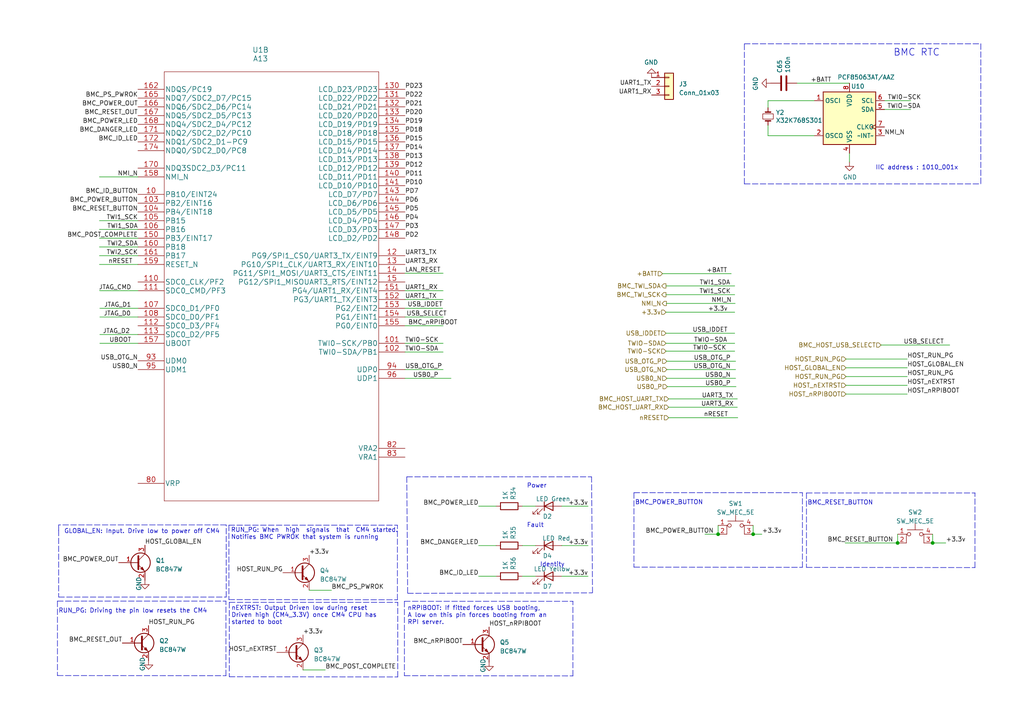
<source format=kicad_sch>
(kicad_sch (version 20210621) (generator eeschema)
  (paper "A4")
  (title_block (title "srvant-board MK1") (date "2021-07-14") (rev "rev-0.1dev"))
  (lib_symbols
    (symbol "Analog_ADC:ADC128D818"
      (property "Reference" "U" (at -10.16 19.05 0))
      (property "Value" "ADC128D818" (at 1.27 19.05 0))
      (symbol "ADC128D818_0_1"
        (rectangle (start -10.16 17.78) (end 10.16 -17.78) (stroke (width 0.254)) (fill (type background)))
      )
      (symbol "ADC128D818_1_1"
        (pin input line (at -12.7 -7.62 0) (length 2.54) (name "VREF") (number "1"))
        (pin input line (at -12.7 0 0) (length 2.54) (name "IN6") (number "10"))
        (pin input line (at -12.7 2.54 0) (length 2.54) (name "IN5") (number "11"))
        (pin input line (at -12.7 5.08 0) (length 2.54) (name "IN4") (number "12"))
        (pin input line (at -12.7 7.62 0) (length 2.54) (name "IN3") (number "13"))
        (pin input line (at -12.7 10.16 0) (length 2.54) (name "IN2") (number "14"))
        (pin input line (at -12.7 12.7 0) (length 2.54) (name "IN1") (number "15"))
        (pin input line (at -12.7 15.24 0) (length 2.54) (name "IN0") (number "16"))
        (pin bidirectional line (at 12.7 15.24 180) (length 2.54) (name "SDA") (number "2"))
        (pin input line (at 12.7 12.7 180) (length 2.54) (name "SCL") (number "3"))
        (pin power_in line (at 0 -20.32 90) (length 2.54) (name "GND") (number "4"))
        (pin power_in line (at 0 20.32 270) (length 2.54) (name "V+") (number "5"))
        (pin output line (at 12.7 2.54 180) (length 2.54) (name "~INT") (number "6"))
        (pin input line (at -12.7 -12.7 0) (length 2.54) (name "A0") (number "7"))
        (pin input line (at -12.7 -15.24 0) (length 2.54) (name "A1") (number "8"))
        (pin input line (at -12.7 -2.54 0) (length 2.54) (name "IN7") (number "9"))
      )
    )
    (symbol "Connector_Generic:Conn_01x03" (pin_names (offset 1.016) hide)
      (property "Reference" "J" (at 0 5.08 0))
      (property "Value" "Conn_01x03" (at 0 -5.08 0))
      (symbol "Conn_01x03_1_1"
        (rectangle (start -1.27 -2.413) (end 0 -2.667) (stroke (width 0.1524)))
        (rectangle (start -1.27 0.127) (end 0 -0.127) (stroke (width 0.1524)))
        (rectangle (start -1.27 2.667) (end 0 2.413) (stroke (width 0.1524)))
        (rectangle (start -1.27 3.81) (end 1.27 -3.81) (stroke (width 0.254)) (fill (type background)))
        (pin passive line (at -5.08 2.54 0) (length 3.81) (name "Pin_1") (number "1"))
        (pin passive line (at -5.08 0 0) (length 3.81) (name "Pin_2") (number "2"))
        (pin passive line (at -5.08 -2.54 0) (length 3.81) (name "Pin_3") (number "3"))
      )
    )
    (symbol "Device:C" (pin_numbers hide) (pin_names (offset 0.254))
      (property "Reference" "C" (at 0.635 2.54 0))
      (property "Value" "C" (at 0.635 -2.54 0))
      (symbol "C_0_1"
        (polyline (pts (xy -2.032 -0.762) (xy 2.032 -0.762)) (stroke (width 0.508)))
        (polyline (pts (xy -2.032 0.762) (xy 2.032 0.762)) (stroke (width 0.508)))
      )
      (symbol "C_1_1"
        (pin passive line (at 0 3.81 270) (length 2.794) (name "~") (number "1"))
        (pin passive line (at 0 -3.81 90) (length 2.794) (name "~") (number "2"))
      )
    )
    (symbol "Device:Crystal_Small" (pin_numbers hide) (pin_names hide)
      (property "Reference" "Y" (at 0 2.54 0))
      (property "Value" "Crystal_Small" (at 0 -2.54 0))
      (symbol "Crystal_Small_0_1"
        (rectangle (start -0.762 -1.524) (end 0.762 1.524))
        (polyline (pts (xy -1.27 -0.762) (xy -1.27 0.762)) (stroke (width 0.381)))
        (polyline (pts (xy 1.27 -0.762) (xy 1.27 0.762)) (stroke (width 0.381)))
      )
      (symbol "Crystal_Small_1_1"
        (pin passive line (at -2.54 0 0) (length 1.27) (name "1") (number "1"))
        (pin passive line (at 2.54 0 180) (length 1.27) (name "2") (number "2"))
      )
    )
    (symbol "Device:LED" (pin_numbers hide) (pin_names (offset 1.016) hide)
      (property "Reference" "D" (at 0 2.54 0))
      (property "Value" "LED" (at 0 -2.54 0))
      (symbol "LED_0_1"
        (polyline (pts (xy -1.27 -1.27) (xy -1.27 1.27)) (stroke (width 0.254)))
        (polyline (pts (xy -1.27 0) (xy 1.27 0)))
        (polyline (pts (xy 1.27 -1.27) (xy 1.27 1.27) (xy -1.27 0) (xy 1.27 -1.27)) (stroke (width 0.254)))
        (polyline (pts (xy -3.048 -0.762) (xy -4.572 -2.286) (xy -3.81 -2.286) (xy -4.572 -2.286) (xy -4.572 -1.524)))
        (polyline (pts (xy -1.778 -0.762) (xy -3.302 -2.286) (xy -2.54 -2.286) (xy -3.302 -2.286) (xy -3.302 -1.524)))
      )
      (symbol "LED_1_1"
        (pin passive line (at -3.81 0 0) (length 2.54) (name "K") (number "1"))
        (pin passive line (at 3.81 0 180) (length 2.54) (name "A") (number "2"))
      )
    )
    (symbol "Device:R" (pin_numbers hide) (pin_names (offset 0))
      (property "Reference" "R" (at 2.032 0 90))
      (property "Value" "R" (at 0 0 90))
      (symbol "R_0_1"
        (rectangle (start -1.016 -2.54) (end 1.016 2.54) (stroke (width 0.254)))
      )
      (symbol "R_1_1"
        (pin passive line (at 0 3.81 270) (length 1.27) (name "~") (number "1"))
        (pin passive line (at 0 -3.81 90) (length 1.27) (name "~") (number "2"))
      )
    )
    (symbol "Switch:SW_MEC_5E" (pin_names (offset 1.016) hide)
      (property "Reference" "SW" (at 0.635 5.715 0))
      (property "Value" "SW_MEC_5E" (at 0 -3.175 0))
      (symbol "SW_MEC_5E_0_1"
        (circle (center -1.778 2.54) (radius 0.508))
        (circle (center 1.778 2.54) (radius 0.508))
        (polyline (pts (xy -2.286 3.81) (xy 2.286 3.81)))
        (polyline (pts (xy 0 3.81) (xy 0 5.588)))
        (polyline (pts (xy -2.54 0) (xy -2.54 2.54) (xy -2.286 2.54)))
        (polyline (pts (xy 2.54 0) (xy 2.54 2.54) (xy 2.286 2.54)))
        (pin passive line (at -5.08 2.54 0) (length 2.54) (name "1") (number "1"))
        (pin passive line (at -5.08 0 0) (length 2.54) (name "2") (number "2"))
        (pin passive line (at 5.08 0 180) (length 2.54) (name "K") (number "3"))
        (pin passive line (at 5.08 2.54 180) (length 2.54) (name "A") (number "4"))
      )
    )
    (symbol "Timer_RTC:PCF8563T"
      (property "Reference" "U" (at -7.62 8.89 0))
      (property "Value" "PCF8563T" (at 2.54 8.89 0))
      (symbol "PCF8563T_0_1"
        (rectangle (start -7.62 7.62) (end 7.62 -7.62) (stroke (width 0.254)) (fill (type background)))
      )
      (symbol "PCF8563T_1_1"
        (pin input line (at -10.16 5.08 0) (length 2.54) (name "OSCI") (number "1"))
        (pin output line (at -10.16 -5.08 0) (length 2.54) (name "OSCO") (number "2"))
        (pin output line (at 10.16 -5.08 180) (length 2.54) (name "~INT~") (number "3"))
        (pin power_in line (at 0 -10.16 90) (length 2.54) (name "VSS") (number "4"))
        (pin bidirectional line (at 10.16 2.54 180) (length 2.54) (name "SDA") (number "5"))
        (pin input line (at 10.16 5.08 180) (length 2.54) (name "SCL") (number "6"))
        (pin output clock (at 10.16 -2.54 180) (length 2.54) (name "CLKO") (number "7"))
        (pin power_in line (at 0 10.16 270) (length 2.54) (name "VDD") (number "8"))
      )
    )
    (symbol "Transistor_BJT:BC847W" (pin_names (offset 0) hide)
      (property "Reference" "Q" (at 5.08 1.905 0))
      (property "Value" "BC847W" (at 5.08 0 0))
      (symbol "BC847W_0_1"
        (circle (center 1.27 0) (radius 2.8194) (stroke (width 0.254)))
        (polyline (pts (xy 0.635 0.635) (xy 2.54 2.54)))
        (polyline (pts (xy 0.635 -0.635) (xy 2.54 -2.54) (xy 2.54 -2.54)))
        (polyline (pts (xy 0.635 1.905) (xy 0.635 -1.905) (xy 0.635 -1.905)) (stroke (width 0.508)))
        (polyline (pts (xy 1.27 -1.778) (xy 1.778 -1.27) (xy 2.286 -2.286) (xy 1.27 -1.778) (xy 1.27 -1.778)) (fill (type outline)))
      )
      (symbol "BC847W_1_1"
        (pin input line (at -5.08 0 0) (length 5.715) (name "B") (number "1"))
        (pin passive line (at 2.54 -5.08 90) (length 2.54) (name "E") (number "2"))
        (pin passive line (at 2.54 5.08 270) (length 2.54) (name "C") (number "3"))
      )
    )
    (symbol "a13_func:A13" (pin_names (offset 0.254))
      (property "Reference" "U1" (at 85.09 11.43 0))
      (property "Value" "A13" (at 85.09 8.89 0))
      (symbol "A13_1_1"
        (polyline (pts (xy 7.62 -127) (xy 114.3 -127)) (stroke (width 0.127)))
        (polyline (pts (xy 7.62 5.08) (xy 7.62 -127)) (stroke (width 0.127)))
        (polyline (pts (xy 114.3 -127) (xy 114.3 5.08)) (stroke (width 0.127)))
        (polyline (pts (xy 114.3 5.08) (xy 7.62 5.08)) (stroke (width 0.127)))
        (pin output line (at 121.92 -88.9 180) (length 7.62) (name "NRE/PC5") (number "1"))
        (pin bidirectional line (at 0 -63.5 0) (length 7.62) (name "CSI_PCLK/SPI2_CS0/EINT14/PE0") (number "114"))
        (pin bidirectional line (at 0 -66.04 0) (length 7.62) (name "CSI_MCLK/SPI2_CLK/EINT15/PE1") (number "115"))
        (pin bidirectional line (at 0 -68.58 0) (length 7.62) (name "CSI_HSYNC/SPI2_MOSI/PE2") (number "116"))
        (pin bidirectional line (at 0 -71.12 0) (length 7.62) (name "CSI_VSYNC/SPI2_MISO/PE3") (number "117"))
        (pin bidirectional line (at 0 -40.64 0) (length 7.62) (name "CSI_D0/SDC2_D0/PE4") (number "118"))
        (pin bidirectional line (at 0 -43.18 0) (length 7.62) (name "CSI_D1/SDC2_D1/PE5") (number "119"))
        (pin bidirectional line (at 0 -45.72 0) (length 7.62) (name "CSI_D2/SDC2_D2/PE6") (number "120"))
        (pin bidirectional line (at 0 -48.26 0) (length 7.62) (name "CSI_D3/SDC2_D3/PE7") (number "121"))
        (pin bidirectional line (at 0 -50.8 0) (length 7.62) (name "CSI_D4/SDC2_CMD/PE8") (number "122"))
        (pin bidirectional line (at 0 -53.34 0) (length 7.62) (name "CSI_D5/SDC2_CLK/PE9") (number "123"))
        (pin bidirectional line (at 0 -55.88 0) (length 7.62) (name "CSI_D6/UART1_TX/PE10") (number "124"))
        (pin bidirectional line (at 0 -58.42 0) (length 7.62) (name "CSI_D7/UART1_RX/PE11") (number "125"))
        (pin bidirectional line (at 121.92 -114.3 180) (length 7.62) (name "LCD_VSYNC/PD27") (number "126"))
        (pin bidirectional line (at 121.92 -116.84 180) (length 7.62) (name "LCD_HSYNC/PD26") (number "127"))
        (pin bidirectional line (at 121.92 -119.38 180) (length 7.62) (name "LCD_DE/PD25") (number "128"))
        (pin bidirectional line (at 121.92 -121.92 180) (length 7.62) (name "LCD_CLK/PD24") (number "129"))
        (pin unspecified line (at 0 -116.84 0) (length 7.62) (name "DZQ") (number "17"))
        (pin input line (at 0 -7.62 0) (length 7.62) (name "NRB1/SDC2_CLK/PC7") (number "175"))
        (pin input line (at 0 -10.16 0) (length 7.62) (name "NRB0/SDC2_CMD/PC6") (number "176"))
        (pin bidirectional line (at 0 -76.2 0) (length 7.62) (name "DDR3_D4") (number "19"))
        (pin bidirectional line (at 0 -78.74 0) (length 7.62) (name "DDR3_D6") (number "20"))
        (pin bidirectional line (at 0 -81.28 0) (length 7.62) (name "DDR3_D2") (number "21"))
        (pin bidirectional line (at 0 -83.82 0) (length 7.62) (name "DDR3_D0") (number "22"))
        (pin bidirectional line (at 0 -86.36 0) (length 7.62) (name "DDR3_D11") (number "24"))
        (pin bidirectional line (at 0 -88.9 0) (length 7.62) (name "DDR3_D9") (number "25"))
        (pin bidirectional line (at 0 -91.44 0) (length 7.62) (name "DDR3_D13") (number "26"))
        (pin bidirectional line (at 0 -93.98 0) (length 7.62) (name "DDR3_D15") (number "27"))
        (pin output line (at 121.92 0 180) (length 7.62) (name "DDR3_DM1") (number "28"))
        (pin output line (at 121.92 -2.54 180) (length 7.62) (name "DDR3_DM0") (number "29"))
        (pin bidirectional line (at 121.92 -101.6 180) (length 7.62) (name "DDR3_DQS0") (number "31"))
        (pin bidirectional line (at 121.92 -104.14 180) (length 7.62) (name "DDR3_DQS0_N") (number "32"))
        (pin bidirectional line (at 121.92 -106.68 180) (length 7.62) (name "DDR3_DQS1") (number "33"))
        (pin bidirectional line (at 121.92 -109.22 180) (length 7.62) (name "DDR3_DQS1_N") (number "34"))
        (pin bidirectional line (at 0 -96.52 0) (length 7.62) (name "DDR3_D12") (number "36"))
        (pin bidirectional line (at 0 -99.06 0) (length 7.62) (name "DDR3_D8") (number "37"))
        (pin bidirectional line (at 0 -101.6 0) (length 7.62) (name "DDR3_D14") (number "38"))
        (pin bidirectional line (at 0 -104.14 0) (length 7.62) (name "DDR3_D10") (number "39"))
        (pin bidirectional line (at 0 -106.68 0) (length 7.62) (name "DDR3_D1") (number "40"))
        (pin bidirectional line (at 0 -109.22 0) (length 7.62) (name "DDR3_D3") (number "41"))
        (pin bidirectional line (at 0 -111.76 0) (length 7.62) (name "DDR3_D7") (number "42"))
        (pin bidirectional line (at 0 -114.3 0) (length 7.62) (name "DDR3_D5") (number "44"))
        (pin output line (at 121.92 -5.08 180) (length 7.62) (name "DDR3_CK") (number "45"))
        (pin output line (at 121.92 -7.62 180) (length 7.62) (name "DDR3_CK_N") (number "46"))
        (pin output line (at 121.92 -10.16 180) (length 7.62) (name "DDR3_CKE") (number "47"))
        (pin output line (at 121.92 -12.7 180) (length 7.62) (name "DDR3_A10") (number "48"))
        (pin output line (at 121.92 -15.24 180) (length 7.62) (name "DDR3_BA1") (number "49"))
        (pin output line (at 121.92 -17.78 180) (length 7.62) (name "DDR3_A12") (number "50"))
        (pin output line (at 121.92 -20.32 180) (length 7.62) (name "DDR3_A4") (number "51"))
        (pin output line (at 121.92 -22.86 180) (length 7.62) (name "DDR3_A1") (number "52"))
        (pin output line (at 121.92 -25.4 180) (length 7.62) (name "DDR3_A6") (number "54"))
        (pin output line (at 121.92 -27.94 180) (length 7.62) (name "DDR3_A8") (number "55"))
        (pin output line (at 121.92 -30.48 180) (length 7.62) (name "DDR3_A11") (number "56"))
        (pin output line (at 121.92 -33.02 180) (length 7.62) (name "DDR3_A14") (number "57"))
        (pin output line (at 121.92 -35.56 180) (length 7.62) (name "DDR3_RAS") (number "58"))
        (pin output line (at 121.92 -38.1 180) (length 7.62) (name "DDR3_CAS") (number "59"))
        (pin output line (at 121.92 -40.64 180) (length 7.62) (name "DDR3_WE") (number "60"))
        (pin output line (at 121.92 -43.18 180) (length 7.62) (name "DDR3_BA2") (number "61"))
        (pin output line (at 121.92 -45.72 180) (length 7.62) (name "DDR3_BA0") (number "63"))
        (pin output line (at 121.92 -48.26 180) (length 7.62) (name "DDR3_A0") (number "64"))
        (pin output line (at 121.92 -50.8 180) (length 7.62) (name "DDR3_A3") (number "65"))
        (pin output line (at 121.92 -53.34 180) (length 7.62) (name "DDR3_A2") (number "66"))
        (pin output line (at 121.92 -55.88 180) (length 7.62) (name "DDR3_A5") (number "67"))
        (pin output line (at 121.92 -58.42 180) (length 7.62) (name "DDR3_A13") (number "68"))
        (pin output line (at 121.92 -60.96 180) (length 7.62) (name "DDR3_A9") (number "69"))
        (pin output line (at 121.92 -86.36 180) (length 7.62) (name "NALE/SPI0_MISO/PC1") (number "7"))
        (pin output line (at 121.92 -63.5 180) (length 7.62) (name "DDR3_RST") (number "70"))
        (pin output line (at 121.92 -66.04 180) (length 7.62) (name "DDR3_A7") (number "71"))
        (pin output line (at 121.92 -68.58 180) (length 7.62) (name "DDR3_ODT") (number "72"))
        (pin output line (at 121.92 -81.28 180) (length 7.62) (name "HPOUTL") (number "74"))
        (pin output line (at 121.92 -73.66 180) (length 7.62) (name "HPBP") (number "75"))
        (pin output line (at 121.92 -76.2 180) (length 7.62) (name "HPCOM") (number "77"))
        (pin output line (at 121.92 -83.82 180) (length 7.62) (name "HPOUTR") (number "78"))
        (pin output line (at 121.92 -91.44 180) (length 7.62) (name "NWE/SPI0_MOSI/PC0") (number "8"))
        (pin input line (at 0 -2.54 0) (length 7.62) (name "MICIN1") (number "84"))
        (pin input line (at 0 0 0) (length 7.62) (name "LRADC") (number "86"))
        (pin input line (at 0 -15.24 0) (length 7.62) (name "TPX2") (number "87"))
        (pin input line (at 0 -22.86 0) (length 7.62) (name "TPY2") (number "88"))
        (pin input line (at 0 -17.78 0) (length 7.62) (name "TPX1") (number "89"))
        (pin input line (at 0 -25.4 0) (length 7.62) (name "TPY1") (number "90"))
        (pin output line (at 121.92 -96.52 180) (length 7.62) (name "X24MOUT") (number "91"))
        (pin input line (at 0 -35.56 0) (length 7.62) (name "X24MIN") (number "92"))
      )
      (symbol "A13_2_1"
        (polyline (pts (xy 57.15 -119.38) (xy 119.38 -119.38)) (stroke (width 0.127)))
        (polyline (pts (xy 57.15 5.08) (xy 57.15 -119.38)) (stroke (width 0.127)))
        (polyline (pts (xy 119.38 -119.38) (xy 119.38 5.08)) (stroke (width 0.127)))
        (polyline (pts (xy 119.38 5.08) (xy 57.15 5.08)) (stroke (width 0.127)))
        (pin bidirectional line (at 49.53 -30.48 0) (length 7.62) (name "PB10/EINT24") (number "10"))
        (pin bidirectional line (at 127 -73.66 180) (length 7.62) (name "TWI0-SCK/PB0") (number "101"))
        (pin bidirectional line (at 127 -76.2 180) (length 7.62) (name "TWI0-SDA/PB1") (number "102"))
        (pin bidirectional line (at 49.53 -33.02 0) (length 7.62) (name "PB2/EINT16") (number "103"))
        (pin bidirectional line (at 49.53 -35.56 0) (length 7.62) (name "PB4/EINT18") (number "104"))
        (pin bidirectional line (at 49.53 -38.1 0) (length 7.62) (name "PB15") (number "105"))
        (pin bidirectional line (at 49.53 -40.64 0) (length 7.62) (name "PB16") (number "106"))
        (pin bidirectional line (at 49.53 -63.5 0) (length 7.62) (name "SDC0_D1/PF0") (number "107"))
        (pin bidirectional line (at 49.53 -66.04 0) (length 7.62) (name "SDC0_D0/PF1") (number "108"))
        (pin bidirectional line (at 49.53 -55.88 0) (length 7.62) (name "SDC0_CLK/PF2") (number "110"))
        (pin bidirectional line (at 49.53 -58.42 0) (length 7.62) (name "SDC0_CMD/PF3") (number "111"))
        (pin bidirectional line (at 49.53 -68.58 0) (length 7.62) (name "SDC0_D3/PF4") (number "112"))
        (pin bidirectional line (at 49.53 -71.12 0) (length 7.62) (name "SDC0_D2/PF5") (number "113"))
        (pin bidirectional line (at 127 -48.26 180) (length 7.62) (name "PG9/SPI1_CS0/UART3_TX/EINT9") (number "12"))
        (pin bidirectional line (at 127 -50.8 180) (length 7.62) (name "PG10/SPI1_CLK/UART3_RX/EINT10") (number "13"))
        (pin bidirectional line (at 127 0 180) (length 7.62) (name "LCD_D23/PD23") (number "130"))
        (pin bidirectional line (at 127 -2.54 180) (length 7.62) (name "LCD_D22/PD22") (number "131"))
        (pin bidirectional line (at 127 -5.08 180) (length 7.62) (name "LCD_D21/PD21") (number "132"))
        (pin bidirectional line (at 127 -7.62 180) (length 7.62) (name "LCD_D20/PD20") (number "133"))
        (pin bidirectional line (at 127 -10.16 180) (length 7.62) (name "LCD_D19/PD19") (number "134"))
        (pin bidirectional line (at 127 -12.7 180) (length 7.62) (name "LCD_D18/PD18") (number "135"))
        (pin bidirectional line (at 127 -15.24 180) (length 7.62) (name "LCD_D15/PD15") (number "136"))
        (pin bidirectional line (at 127 -17.78 180) (length 7.62) (name "LCD_D14/PD14") (number "137"))
        (pin bidirectional line (at 127 -20.32 180) (length 7.62) (name "LCD_D13/PD13") (number "138"))
        (pin bidirectional line (at 127 -22.86 180) (length 7.62) (name "LCD_D12/PD12") (number "139"))
        (pin bidirectional line (at 127 -53.34 180) (length 7.62) (name "PG11/SPI1_MOSI/UART3_CTS/EINT11") (number "14"))
        (pin bidirectional line (at 127 -25.4 180) (length 7.62) (name "LCD_D11/PD11") (number "140"))
        (pin bidirectional line (at 127 -27.94 180) (length 7.62) (name "LCD_D10/PD10") (number "141"))
        (pin bidirectional line (at 127 -30.48 180) (length 7.62) (name "LCD_D7/PD7") (number "143"))
        (pin bidirectional line (at 127 -33.02 180) (length 7.62) (name "LCD_D6/PD6") (number "144"))
        (pin bidirectional line (at 127 -35.56 180) (length 7.62) (name "LCD_D5/PD5") (number "145"))
        (pin bidirectional line (at 127 -38.1 180) (length 7.62) (name "LCD_D4/PD4") (number "146"))
        (pin bidirectional line (at 127 -40.64 180) (length 7.62) (name "LCD_D3/PD3") (number "147"))
        (pin bidirectional line (at 127 -43.18 180) (length 7.62) (name "LCD_D2/PD2") (number "148"))
        (pin bidirectional line (at 127 -55.88 180) (length 7.62) (name "PG12/SPI1_MISOUART3_RTS/EINT12") (number "15"))
        (pin bidirectional line (at 49.53 -43.18 0) (length 7.62) (name "PB3/EINT17") (number "150"))
        (pin bidirectional line (at 127 -58.42 180) (length 7.62) (name "PG4/UART1_RX/EINT4") (number "151"))
        (pin bidirectional line (at 127 -60.96 180) (length 7.62) (name "PG3/UART1_TX/EINT3") (number "152"))
        (pin bidirectional line (at 127 -63.5 180) (length 7.62) (name "PG2/EINT2") (number "153"))
        (pin bidirectional line (at 127 -66.04 180) (length 7.62) (name "PG1/EINT1") (number "154"))
        (pin bidirectional line (at 127 -68.58 180) (length 7.62) (name "PG0/EINT0") (number "155"))
        (pin bidirectional line (at 49.53 -73.66 0) (length 7.62) (name "UBOOT") (number "157"))
        (pin unspecified line (at 49.53 -25.4 0) (length 7.62) (name "NMI_N") (number "158"))
        (pin unspecified line (at 49.53 -50.8 0) (length 7.62) (name "RESET_N") (number "159"))
        (pin bidirectional line (at 49.53 -45.72 0) (length 7.62) (name "PB18") (number "160"))
        (pin bidirectional line (at 49.53 -48.26 0) (length 7.62) (name "PB17") (number "161"))
        (pin bidirectional line (at 49.53 0 0) (length 7.62) (name "NDQS/PC19") (number "162"))
        (pin bidirectional line (at 49.53 -2.54 0) (length 7.62) (name "NDQ7/SDC2_D7/PC15") (number "165"))
        (pin bidirectional line (at 49.53 -5.08 0) (length 7.62) (name "NDQ6/SDC2_D6/PC14") (number "166"))
        (pin bidirectional line (at 49.53 -7.62 0) (length 7.62) (name "NDQ5/SDC2_D5/PC13") (number "167"))
        (pin bidirectional line (at 49.53 -10.16 0) (length 7.62) (name "NDQ4/SDC2_D4/PC12") (number "168"))
        (pin bidirectional line (at 49.53 -22.86 0) (length 7.62) (name "NDQ3SDC2_D3/PC11") (number "170"))
        (pin bidirectional line (at 49.53 -12.7 0) (length 7.62) (name "NDQ2/SDC2_D2/PC10") (number "171"))
        (pin bidirectional line (at 49.53 -15.24 0) (length 7.62) (name "NDQ1/SDC2_D1-PC9") (number "172"))
        (pin bidirectional line (at 49.53 -17.78 0) (length 7.62) (name "NDQ0/SDC2_D0/PC8") (number "174"))
        (pin unspecified line (at 49.53 -114.3 0) (length 7.62) (name "VRP") (number "80"))
        (pin unspecified line (at 127 -104.14 180) (length 7.62) (name "VRA2") (number "82"))
        (pin unspecified line (at 127 -106.68 180) (length 7.62) (name "VRA1") (number "83"))
        (pin bidirectional line (at 49.53 -78.74 0) (length 7.62) (name "UDM0") (number "93"))
        (pin bidirectional line (at 127 -81.28 180) (length 7.62) (name "UDP0") (number "94"))
        (pin bidirectional line (at 49.53 -81.28 0) (length 7.62) (name "UDM1") (number "95"))
        (pin bidirectional line (at 127 -83.82 180) (length 7.62) (name "UDP1") (number "96"))
      )
      (symbol "A13_3_1"
        (polyline (pts (xy 7.62 -114.3) (xy 53.34 -114.3)) (stroke (width 0.127)))
        (polyline (pts (xy 7.62 5.08) (xy 7.62 -114.3)) (stroke (width 0.127)))
        (polyline (pts (xy 53.34 -114.3) (xy 53.34 5.08)) (stroke (width 0.127)))
        (polyline (pts (xy 53.34 5.08) (xy 7.62 5.08)) (stroke (width 0.127)))
        (pin power_in line (at 0 -40.64 0) (length 7.62) (name "VCC2") (number "100"))
        (pin power_in line (at 0 -76.2 0) (length 7.62) (name "VDD4_INT") (number "109"))
        (pin power_in line (at 0 -66.04 0) (length 7.62) (name "VDD3_CPU") (number "11"))
        (pin power_in line (at 0 -43.18 0) (length 7.62) (name "VCC3") (number "142"))
        (pin power_in line (at 0 -81.28 0) (length 7.62) (name "VDD5_INT") (number "149"))
        (pin power_in line (at 0 -83.82 0) (length 7.62) (name "VDD5_CPU") (number "156"))
        (pin power_in line (at 0 -73.66 0) (length 7.62) (name "VDD4_CPU") (number "16"))
        (pin power_in line (at 0 -45.72 0) (length 7.62) (name "VCC4") (number "163"))
        (pin power_in line (at 0 -88.9 0) (length 7.62) (name "VDD6_CPU") (number "164"))
        (pin power_in line (at 0 -93.98 0) (length 7.62) (name "VDD7_CPU") (number "169"))
        (pin power_in line (at 0 -99.06 0) (length 7.62) (name "VDD8_CPU") (number "173"))
        (pin power_in line (at 0 -109.22 0) (length 7.62) (name "GND") (number "177"))
        (pin power_in line (at 0 -12.7 0) (length 7.62) (name "SVREF") (number "18"))
        (pin output line (at 0 0 0) (length 7.62) (name "NCE0/PC4") (number "2"))
        (pin power_in line (at 0 -27.94 0) (length 7.62) (name "VCC1_DRAM") (number "23"))
        (pin output line (at 0 -2.54 0) (length 7.62) (name "NCE1/SPI0_CS0/PC3") (number "3"))
        (pin power_in line (at 0 -30.48 0) (length 7.62) (name "VCC2_DRAM") (number "30"))
        (pin power_in line (at 0 -53.34 0) (length 7.62) (name "VDD1_INT") (number "35"))
        (pin power_in line (at 0 -50.8 0) (length 7.62) (name "VDD1_CPU") (number "4"))
        (pin power_in line (at 0 -33.02 0) (length 7.62) (name "VCC3_DRAM") (number "43"))
        (pin power_in line (at 0 -25.4 0) (length 7.62) (name "VCC1") (number "5"))
        (pin power_in line (at 0 -35.56 0) (length 7.62) (name "VCC4_DRAM") (number "53"))
        (pin output line (at 0 -5.08 0) (length 7.62) (name "NCLE/SPI0_CLKPC2") (number "6"))
        (pin power_in line (at 0 -38.1 0) (length 7.62) (name "VCC5_DRAM") (number "62"))
        (pin power_in line (at 0 -60.96 0) (length 7.62) (name "VDD2_INT") (number "73"))
        (pin power_in line (at 0 -17.78 0) (length 7.62) (name "V33_HP") (number "76"))
        (pin power_in line (at 0 -106.68 0) (length 7.62) (name "AGND") (number "79"))
        (pin power_in line (at 0 -10.16 0) (length 7.62) (name "AVCC") (number "81"))
        (pin power_in line (at 0 -104.14 0) (length 7.62) (name "VMIC") (number "85"))
        (pin power_in line (at 0 -58.42 0) (length 7.62) (name "VDD2_CPU") (number "9"))
        (pin power_in line (at 0 -20.32 0) (length 7.62) (name "V33_USB") (number "97"))
        (pin power_in line (at 0 -68.58 0) (length 7.62) (name "VDD3-INT") (number "98"))
        (pin no_connect line (at 0 -7.62 0) (length 7.62) (name "NC") (number "99"))
      )
    )
    (symbol "power:GND" (power) (pin_names (offset 0))
      (property "Value" "GND" (at 0 -3.81 0))
      (symbol "GND_0_1"
        (polyline (pts (xy 0 0) (xy 0 -1.27) (xy 1.27 -1.27) (xy 0 -2.54) (xy -1.27 -1.27) (xy 0 -1.27)))
      )
      (symbol "GND_1_1"
        (pin power_in line (at 0 0 270) (length 0) hide (name "GND") (number "1"))
      )
    )
    (symbol "ul_LM94022QBIMGNOPB:LM94022QBIMG_NOPB" (pin_names (offset 0.254))
      (property "Reference" "U" (at 27.94 10.16 0))
      (property "Value" "LM94022QBIMG_NOPB" (at 27.94 7.62 0))
      (symbol "LM94022QBIMG_NOPB_1_1"
        (polyline (pts (xy 7.62 -10.16) (xy 48.26 -10.16)) (stroke (width 0.127)))
        (polyline (pts (xy 7.62 5.08) (xy 7.62 -10.16)) (stroke (width 0.127)))
        (polyline (pts (xy 48.26 -10.16) (xy 48.26 5.08)) (stroke (width 0.127)))
        (polyline (pts (xy 48.26 5.08) (xy 7.62 5.08)) (stroke (width 0.127)))
        (pin input line (at 0 0 0) (length 7.62) (name "GSO") (number "1"))
        (pin power_in line (at 0 -2.54 0) (length 7.62) (name "GND") (number "2"))
        (pin output line (at 55.88 -5.08 180) (length 7.62) (name "OUT") (number "3"))
        (pin power_in line (at 55.88 -2.54 180) (length 7.62) (name "VDD") (number "4"))
        (pin input line (at 55.88 0 180) (length 7.62) (name "GS1") (number "5"))
      )
    )
  )
  (junction (at 208.28 154.94) (diameter 0.9144))
  (junction (at 218.44 154.94) (diameter 0.9144))
  (junction (at 260.35 157.48) (diameter 0.9144))
  (junction (at 270.51 157.48) (diameter 0.9144))
  (wire (pts (xy 28.956 84.201) (xy 28.956 84.328)))
  (wire (pts (xy 28.956 99.568) (xy 40.005 99.568)))
  (wire (pts (xy 40.005 51.308) (xy 28.829 51.308)))
  (wire (pts (xy 40.005 64.008) (xy 28.829 64.008)))
  (wire (pts (xy 40.005 66.548) (xy 28.829 66.548)))
  (wire (pts (xy 40.005 69.088) (xy 28.829 69.088)))
  (wire (pts (xy 40.005 71.628) (xy 28.829 71.628)))
  (wire (pts (xy 40.005 74.168) (xy 28.829 74.168)))
  (wire (pts (xy 40.005 76.708) (xy 28.829 76.708)))
  (wire (pts (xy 40.005 84.328) (xy 28.956 84.328)))
  (wire (pts (xy 40.005 89.408) (xy 28.956 89.408)))
  (wire (pts (xy 40.005 91.948) (xy 28.956 91.948)))
  (wire (pts (xy 40.005 97.028) (xy 28.956 97.028)))
  (wire (pts (xy 87.884 194.31) (xy 94.361 194.31)))
  (wire (pts (xy 89.662 171.196) (xy 96.139 171.196)))
  (wire (pts (xy 117.475 109.728) (xy 130.81 109.728)))
  (wire (pts (xy 128.397 89.408) (xy 117.475 89.408)))
  (wire (pts (xy 128.524 79.248) (xy 117.475 79.248)))
  (wire (pts (xy 128.524 84.328) (xy 117.475 84.328)))
  (wire (pts (xy 128.524 86.868) (xy 117.475 86.868)))
  (wire (pts (xy 128.524 91.948) (xy 117.475 91.948)))
  (wire (pts (xy 128.524 94.488) (xy 117.475 94.488)))
  (wire (pts (xy 128.524 99.568) (xy 117.475 99.568)))
  (wire (pts (xy 128.524 102.108) (xy 117.475 102.108)))
  (wire (pts (xy 128.524 107.188) (xy 117.475 107.188)))
  (wire (pts (xy 138.811 146.812) (xy 143.891 146.812)))
  (wire (pts (xy 138.811 158.242) (xy 143.891 158.242)))
  (wire (pts (xy 138.811 167.132) (xy 143.891 167.132)))
  (wire (pts (xy 151.511 146.812) (xy 155.321 146.812)))
  (wire (pts (xy 151.511 158.242) (xy 155.321 158.242)))
  (wire (pts (xy 151.511 167.132) (xy 155.321 167.132)))
  (wire (pts (xy 162.941 146.812) (xy 170.561 146.812)))
  (wire (pts (xy 162.941 158.242) (xy 170.561 158.242)))
  (wire (pts (xy 162.941 167.132) (xy 170.561 167.132)))
  (wire (pts (xy 192.151 79.375) (xy 212.09 79.375)))
  (wire (pts (xy 193.167 82.931) (xy 213.106 82.931)))
  (wire (pts (xy 193.167 85.471) (xy 213.106 85.471)))
  (wire (pts (xy 193.167 90.551) (xy 213.106 90.551)))
  (wire (pts (xy 193.167 96.647) (xy 213.106 96.647)))
  (wire (pts (xy 193.167 99.568) (xy 213.106 99.568)))
  (wire (pts (xy 193.167 101.854) (xy 213.106 101.854)))
  (wire (pts (xy 193.294 88.011) (xy 213.233 88.011)))
  (wire (pts (xy 193.421 104.775) (xy 213.36 104.775)))
  (wire (pts (xy 193.421 107.188) (xy 213.36 107.188)))
  (wire (pts (xy 193.421 109.728) (xy 213.36 109.728)))
  (wire (pts (xy 193.548 112.141) (xy 213.487 112.141)))
  (wire (pts (xy 193.929 115.697) (xy 213.868 115.697)))
  (wire (pts (xy 193.929 118.11) (xy 213.868 118.11)))
  (wire (pts (xy 193.929 121.158) (xy 213.995 121.158)))
  (wire (pts (xy 204.47 154.94) (xy 208.28 154.94)))
  (wire (pts (xy 208.28 152.4) (xy 208.28 154.94)))
  (wire (pts (xy 218.44 152.4) (xy 218.44 154.94)))
  (wire (pts (xy 218.44 154.94) (xy 220.98 154.94)))
  (wire (pts (xy 222.758 29.21) (xy 222.758 31.242)))
  (wire (pts (xy 222.758 29.21) (xy 236.22 29.21)))
  (wire (pts (xy 222.758 39.37) (xy 222.758 36.322)))
  (wire (pts (xy 231.14 24.13) (xy 246.38 24.13)))
  (wire (pts (xy 236.22 39.37) (xy 222.758 39.37)))
  (wire (pts (xy 245.11 157.48) (xy 260.35 157.48)))
  (wire (pts (xy 245.364 104.14) (xy 263.144 104.14)))
  (wire (pts (xy 245.364 106.68) (xy 263.144 106.68)))
  (wire (pts (xy 245.364 109.22) (xy 263.144 109.22)))
  (wire (pts (xy 245.364 111.76) (xy 263.144 111.76)))
  (wire (pts (xy 245.364 114.3) (xy 263.144 114.3)))
  (wire (pts (xy 246.38 44.45) (xy 246.38 46.99)))
  (wire (pts (xy 255.524 100.076) (xy 275.463 100.076)))
  (wire (pts (xy 260.35 154.94) (xy 260.35 157.48)))
  (wire (pts (xy 264.16 29.21) (xy 256.54 29.21)))
  (wire (pts (xy 264.16 31.75) (xy 256.54 31.75)))
  (wire (pts (xy 270.51 154.94) (xy 270.51 157.48)))
  (wire (pts (xy 270.51 157.48) (xy 274.32 157.48)))
  (polyline (pts (xy 16.6624 174.3456) (xy 16.6624 195.9356)) (stroke (width 0) (type dash)))
  (polyline (pts (xy 16.6624 174.3456) (xy 65.5828 174.3456)) (stroke (width 0) (type dash)))
  (polyline (pts (xy 16.6624 195.9356) (xy 65.5574 195.9864)) (stroke (width 0) (type dash)))
  (polyline (pts (xy 17.018 152.2476) (xy 17.018 153.8986)) (stroke (width 0) (type dash)))
  (polyline (pts (xy 17.018 153.7716) (xy 17.018 173.1772)) (stroke (width 0) (type dash)))
  (polyline (pts (xy 17.018 173.1772) (xy 65.6082 173.1772)) (stroke (width 0) (type dash)))
  (polyline (pts (xy 65.532 195.9864) (xy 65.532 174.3964)) (stroke (width 0) (type dash)))
  (polyline (pts (xy 65.6082 152.2476) (xy 17.018 152.2476)) (stroke (width 0) (type dash)))
  (polyline (pts (xy 65.6082 173.1772) (xy 65.6082 152.2476)) (stroke (width 0) (type dash)))
  (polyline (pts (xy 66.3956 152.3238) (xy 66.3956 173.9138)) (stroke (width 0) (type dash)))
  (polyline (pts (xy 66.3956 152.3238) (xy 115.316 152.3238)) (stroke (width 0) (type dash)))
  (polyline (pts (xy 66.3956 173.9138) (xy 115.2906 173.9646)) (stroke (width 0) (type dash)))
  (polyline (pts (xy 66.4972 174.7012) (xy 66.4972 196.2912)) (stroke (width 0) (type dash)))
  (polyline (pts (xy 66.4972 174.7012) (xy 115.4176 174.7012)) (stroke (width 0) (type dash)))
  (polyline (pts (xy 66.4972 196.2912) (xy 115.3922 196.342)) (stroke (width 0) (type dash)))
  (polyline (pts (xy 115.2652 173.9646) (xy 115.2652 152.3746)) (stroke (width 0) (type dash)))
  (polyline (pts (xy 115.3668 196.342) (xy 115.3668 174.752)) (stroke (width 0) (type dash)))
  (polyline (pts (xy 117.2972 174.3964) (xy 117.2972 195.9864)) (stroke (width 0) (type dash)))
  (polyline (pts (xy 117.2972 174.3964) (xy 166.2176 174.3964)) (stroke (width 0) (type dash)))
  (polyline (pts (xy 117.2972 195.9864) (xy 166.1922 196.0372)) (stroke (width 0) (type dash)))
  (polyline (pts (xy 117.983 138.303) (xy 118.237 172.085)) (stroke (width 0) (type dash)))
  (polyline (pts (xy 117.983 138.303) (xy 171.577 138.303)) (stroke (width 0) (type dash)))
  (polyline (pts (xy 118.237 172.085) (xy 171.831 171.958)) (stroke (width 0) (type dash)))
  (polyline (pts (xy 166.1668 196.0372) (xy 166.1668 174.4472)) (stroke (width 0) (type dash)))
  (polyline (pts (xy 171.8564 171.9072) (xy 171.577 138.303)) (stroke (width 0) (type dash)))
  (polyline (pts (xy 183.8706 142.9004) (xy 183.8706 164.4904)) (stroke (width 0) (type dash)))
  (polyline (pts (xy 183.8706 142.9004) (xy 232.791 142.9004)) (stroke (width 0) (type dash)))
  (polyline (pts (xy 183.8706 164.4904) (xy 232.7656 164.5412)) (stroke (width 0) (type dash)))
  (polyline (pts (xy 215.9 12.7) (xy 284.48 12.7)) (stroke (width 0) (type dash)))
  (polyline (pts (xy 215.9 53.34) (xy 215.9 12.7)) (stroke (width 0) (type dash)))
  (polyline (pts (xy 215.9 53.34) (xy 284.48 53.34)) (stroke (width 0) (type dash)))
  (polyline (pts (xy 232.7402 164.5412) (xy 232.7402 142.9512)) (stroke (width 0) (type dash)))
  (polyline (pts (xy 233.9086 142.9766) (xy 233.9086 164.5666)) (stroke (width 0) (type dash)))
  (polyline (pts (xy 233.9086 142.9766) (xy 282.829 142.9766)) (stroke (width 0) (type dash)))
  (polyline (pts (xy 233.9086 164.5666) (xy 282.8036 164.6174)) (stroke (width 0) (type dash)))
  (polyline (pts (xy 282.7782 164.6174) (xy 282.7782 143.0274)) (stroke (width 0) (type dash)))
  (polyline (pts (xy 284.48 12.7) (xy 284.48 53.34)) (stroke (width 0) (type dash)))
  (polyline (pts (xy 330.708 66.421) (xy 330.7588 66.421)) (stroke (width 0) (type dash)))
  (polyline (pts (xy 330.708 147.4978) (xy 330.708 66.421)) (stroke (width 0) (type dash)))
  (polyline (pts (xy 330.7334 66.421) (xy 398.2212 66.421)) (stroke (width 0) (type dash)))
  (polyline (pts (xy 398.2212 66.421) (xy 398.2212 147.4978)) (stroke (width 0) (type dash)))
  (polyline (pts (xy 398.2212 147.4978) (xy 330.708 147.4978)) (stroke (width 0) (type dash)))
  (text "RUN_PG: Driving the pin low resets the CM4" (at 16.9418 178.0032 0) (effects (font (size 1.27 1.27)) (justify left bottom)))
  (text "GLOBAL_EN: Input. Drive low to power off CM4" (at 63.7794 154.94 180) (effects (font (size 1.27 1.27)) (justify right bottom)))
  (text "RUN_PG: When  high  signals  that  CM4 started.  \nNotifies BMC PWROK that system is running" (at 66.9544 156.6418 0) (effects (font (size 1.27 1.27)) (justify left bottom)))
  (text "nEXTRST: Output Driven low during reset \nDriven high (CM4_3.3V) once CM4 CPU has \nstarted to boot" (at 67.0814 181.3052 0) (effects (font (size 1.27 1.27)) (justify left bottom)))
  (text "nRPIBOOT: If fitted forces USB booting, \nA low on this pin forces booting from an \nRPI server.\n" (at 118.1862 181.3306 0) (effects (font (size 1.27 1.27)) (justify left bottom)))
  (text "Power\n" (at 152.781 141.732 0) (effects (font (size 1.27 1.27)) (justify left bottom)))
  (text "Fault\n" (at 152.781 153.162 0) (effects (font (size 1.27 1.27)) (justify left bottom)))
  (text "Identity" (at 156.591 164.592 0) (effects (font (size 1.27 1.27)) (justify left bottom)))
  (text "BMC_POWER_BUTTON\n" (at 184.15 146.558 0) (effects (font (size 1.27 1.27)) (justify left bottom)))
  (text "BMC_RESET_BUTTON\n" (at 234.188 146.6342 0) (effects (font (size 1.27 1.27)) (justify left bottom)))
  (text "IIC address : 1010_001x" (at 253.9238 49.4538 0) (effects (font (size 1.27 1.27)) (justify left bottom)))
  (text "BMC RTC\n" (at 259.08 16.51 0) (effects (font (size 2.0066 2.0066)) (justify left bottom)))
  (text "out of scope for v1" (at 351.9424 69.1642 180) (effects (font (size 1.27 1.27)) (justify right bottom)))
  (label "BMC_POWER_OUT" (at 34.417 163.195 180))
  (label "BMC_RESET_OUT" (at 35.4584 186.5122 180))
  (label "JTAG_D2" (at 37.719 97.028 180))
  (label "JTAG_D0" (at 37.973 91.948 180))
  (label "JTAG_CMD" (at 38.1 84.328 180))
  (label "JTAG_D1" (at 38.1 89.408 180))
  (label "UBOOT" (at 38.1 99.568 180))
  (label "nRESET" (at 38.481 76.708 180))
  (label "BMC_PS_PWROK" (at 40.005 28.448 180))
  (label "BMC_POWER_OUT" (at 40.005 30.988 180))
  (label "BMC_RESET_OUT" (at 40.005 33.528 180))
  (label "BMC_POWER_LED" (at 40.005 36.068 180))
  (label "BMC_DANGER_LED" (at 40.005 38.608 180))
  (label "BMC_ID_LED" (at 40.005 41.148 180))
  (label "NMI_N" (at 40.005 51.308 180))
  (label "BMC_ID_BUTTON" (at 40.005 56.388 180))
  (label "BMC_POWER_BUTTON" (at 40.005 58.928 180))
  (label "BMC_RESET_BUTTON" (at 40.005 61.468 180))
  (label "TWI1_SCK" (at 40.005 64.008 180))
  (label "TWI1_SDA" (at 40.005 66.548 180))
  (label "BMC_POST_COMPLETE" (at 40.005 69.088 180))
  (label "TWI2_SDA" (at 40.005 71.628 180))
  (label "TWI2_SCK" (at 40.005 74.168 180))
  (label "USB_OTG_N" (at 40.005 104.648 180))
  (label "USB0_N" (at 40.005 107.188 180))
  (label "HOST_GLOBAL_EN" (at 42.037 158.115 0))
  (label "HOST_RUN_PG" (at 43.0784 181.4322 0))
  (label "HOST_nEXTRST" (at 80.264 189.23 180))
  (label "HOST_RUN_PG" (at 82.042 166.116 180))
  (label "+3.3v" (at 87.884 184.15 0))
  (label "+3.3v" (at 89.662 161.036 0))
  (label "BMC_POST_COMPLETE" (at 94.361 194.31 0))
  (label "BMC_PS_PWROK" (at 96.139 171.196 0))
  (label "PD23" (at 117.475 25.908 0))
  (label "PD22" (at 117.475 28.448 0))
  (label "PD21" (at 117.475 30.988 0))
  (label "PD20" (at 117.475 33.528 0))
  (label "PD19" (at 117.475 36.068 0))
  (label "PD18" (at 117.475 38.608 0))
  (label "PD15" (at 117.475 41.148 0))
  (label "PD14" (at 117.475 43.688 0))
  (label "PD13" (at 117.475 46.228 0))
  (label "PD12" (at 117.475 48.768 0))
  (label "PD11" (at 117.475 51.308 0))
  (label "PD10" (at 117.475 53.848 0))
  (label "PD7" (at 117.475 56.388 0))
  (label "PD6" (at 117.475 58.928 0))
  (label "PD5" (at 117.475 61.468 0))
  (label "PD4" (at 117.475 64.008 0))
  (label "PD3" (at 117.475 66.548 0))
  (label "PD2" (at 117.475 69.088 0))
  (label "UART3_TX" (at 117.475 74.168 0))
  (label "UART3_RX" (at 117.475 76.708 0))
  (label "LAN_RESET" (at 117.475 79.248 0))
  (label "UART1_RX" (at 117.475 84.328 0))
  (label "UART1_TX" (at 117.475 86.868 0))
  (label "TWI0-SCK" (at 117.475 99.568 0))
  (label "TWIO-SDA" (at 117.475 102.108 0))
  (label "USB_OTG_P" (at 117.475 107.188 0))
  (label "USB_SELECT" (at 117.856 91.948 0))
  (label "BMC_nRPIBOOT" (at 118.364 94.488 0))
  (label "USB0_P" (at 119.761 109.728 0))
  (label "USB_IDDET" (at 128.397 89.281 180))
  (label "BMC_nRPIBOOT" (at 134.239 186.944 180))
  (label "BMC_POWER_LED" (at 138.811 146.812 180))
  (label "BMC_DANGER_LED" (at 138.811 158.242 180))
  (label "BMC_ID_LED" (at 138.811 167.132 180))
  (label "HOST_nRPIBOOT" (at 141.859 181.864 0))
  (label "+3.3v" (at 170.561 146.812 180))
  (label "+3.3v" (at 170.561 158.242 180))
  (label "+3.3v" (at 170.561 167.132 180))
  (label "UART1_TX" (at 188.976 25.019 180))
  (label "UART1_RX" (at 188.976 27.559 180))
  (label "BMC_POWER_BUTTON" (at 207.01 154.94 180))
  (label "TWI0-SCK" (at 210.693 101.854 180))
  (label "+BATT" (at 210.947 79.375 180))
  (label "TWIO-SDA" (at 210.947 99.568 180))
  (label "+3.3v" (at 211.074 90.551 180))
  (label "USB_IDDET" (at 211.074 96.647 180))
  (label "nRESET" (at 211.201 121.158 180))
  (label "TWI1_SDA" (at 211.836 82.931 180))
  (label "TWI1_SCK" (at 211.963 85.471 180))
  (label "USB_OTG_P" (at 211.963 104.775 180))
  (label "USB_OTG_N" (at 211.963 107.188 180))
  (label "USB0_N" (at 211.963 109.728 180))
  (label "USB0_P" (at 211.963 112.141 180))
  (label "NMI_N" (at 212.217 88.011 180))
  (label "UART3_TX" (at 212.725 115.697 180))
  (label "UART3_RX" (at 212.852 118.11 180))
  (label "+3.3v" (at 220.98 154.94 0))
  (label "+BATT" (at 241.173 24.13 180))
  (label "NMI_N" (at 256.54 39.37 0))
  (label "TWIO-SDA" (at 257.302 31.75 0))
  (label "TWI0-SCK" (at 257.429 29.21 0))
  (label "BMC_RESET_BUTTON" (at 259.08 157.48 180))
  (label "HOST_RUN_PG" (at 263.144 104.14 0))
  (label "HOST_GLOBAL_EN" (at 263.144 106.68 0))
  (label "HOST_RUN_PG" (at 263.144 109.22 0))
  (label "HOST_nEXTRST" (at 263.144 111.76 0))
  (label "HOST_nRPIBOOT" (at 263.144 114.3 0))
  (label "USB_SELECT" (at 273.812 100.076 180))
  (label "+3.3v" (at 274.32 157.48 0))
  (hierarchical_label "+BATT" (shape input) (at 192.151 79.375 180))
  (hierarchical_label "BMC_TWI_SDA" (shape output) (at 193.167 82.931 180))
  (hierarchical_label "BMC_TWI_SCK" (shape output) (at 193.167 85.471 180))
  (hierarchical_label "+3.3v" (shape input) (at 193.167 90.551 180))
  (hierarchical_label "USB_IDDET" (shape input) (at 193.167 96.647 180))
  (hierarchical_label "TWIO-SDA" (shape input) (at 193.167 99.568 180))
  (hierarchical_label "TWI0-SCK" (shape input) (at 193.167 101.854 180))
  (hierarchical_label "NMI_N" (shape output) (at 193.294 88.011 180))
  (hierarchical_label "USB_OTG_P" (shape input) (at 193.421 104.775 180))
  (hierarchical_label "USB_OTG_N" (shape input) (at 193.421 107.188 180))
  (hierarchical_label "USB0_N" (shape input) (at 193.421 109.728 180))
  (hierarchical_label "USB0_P" (shape input) (at 193.548 112.141 180))
  (hierarchical_label "BMC_HOST_UART_TX" (shape input) (at 193.929 115.697 180))
  (hierarchical_label "BMC_HOST_UART_RX" (shape input) (at 193.929 118.11 180))
  (hierarchical_label "nRESET" (shape input) (at 193.929 121.158 180))
  (hierarchical_label "HOST_RUN_PG" (shape input) (at 245.364 104.14 180))
  (hierarchical_label "HOST_GLOBAL_EN" (shape input) (at 245.364 106.68 180))
  (hierarchical_label "HOST_RUN_PG" (shape input) (at 245.364 109.22 180))
  (hierarchical_label "HOST_nEXTRST" (shape input) (at 245.364 111.76 180))
  (hierarchical_label "HOST_nRPIBOOT" (shape input) (at 245.364 114.3 180))
  (hierarchical_label "BMC_HOST_USB_SELECT" (shape input) (at 255.524 100.076 180))
  (symbol (lib_id "power:GND") (at 42.037 168.275 0) (unit 1)
    (property "Reference" "#PWR0136" (effects hide))
    (property "Value" "GND" (at 40.2844 169.3164 90))
  )
  (symbol (lib_id "power:GND") (at 43.0784 191.5922 0) (unit 1)
    (property "Reference" "#PWR0135" (effects hide))
    (property "Value" "GND" (at 41.3258 192.6336 90))
  )
  (symbol (lib_id "power:GND") (at 141.859 192.024 0) (unit 1)
    (property "Reference" "#PWR0134" (effects hide))
    (property "Value" "GND" (at 140.1064 193.0654 90))
  )
  (symbol (lib_id "power:GND") (at 188.976 22.479 180) (unit 1)
    (property "Reference" "#PWR0140" (effects hide))
    (property "Value" "GND" (at 188.849 18.0848 0))
  )
  (symbol (lib_id "power:GND") (at 223.52 24.13 270) (unit 1)
    (property "Reference" "#PWR0137" (effects hide))
    (property "Value" "GND" (at 219.1258 24.257 0))
  )
  (symbol (lib_id "power:GND") (at 246.38 46.99 0) (unit 1)
    (property "Reference" "#PWR0138" (effects hide))
    (property "Value" "GND" (at 246.507 51.3842 0))
  )
  (symbol (lib_id "Device:Crystal_Small") (at 222.758 33.782 90) (unit 1)
    (property "Reference" "Y2" (at 224.9932 32.639 90) (effects (justify right)))
    (property "Value" "X32K768S301" (at 224.9932 34.925 90) (effects (justify right)))
    (property "Footprint" "Crystal:Crystal_SMD_3215-2Pin_3.2x1.5mm" (effects hide))
    (property "Datasheet" "~{}" (effects hide))
    (property "Field6" "X32K768S301" (effects hide))
    (property "Field7" "AEL" (effects hide))
    (property "Part Description" "Crystal 32.768KHz 7pF 20pmm" (effects hide))
  )
  (symbol (lib_id "Device:R") (at 147.701 146.812 270) (mirror x) (unit 1)
    (property "Reference" "R34" (at 148.8694 145.034 0) (effects (justify left)))
    (property "Value" "1K" (at 146.558 145.034 0) (effects (justify left)))
    (property "Footprint" "Resistor_SMD:R_0402_1005Metric" (effects hide))
    (property "Datasheet" "https://fscdn.rohm.com/en/products/databook/datasheet/passive/resistor/chip_resistor/mcr-e.pdf" (effects hide))
    (property "Field4" "Farnell" (effects hide))
    (property "Field5" "9239235" (effects hide))
    (property "Field7" "KOA EUROPE GMBH" (effects hide))
    (property "Field6" "RK73H1ETTP1001F" (effects hide))
    (property "Part Description" "Resistor 1K M1005 1% 63mW" (effects hide))
    (property "Field8" "125049511" (effects hide))
  )
  (symbol (lib_id "Device:R") (at 147.701 158.242 270) (mirror x) (unit 1)
    (property "Reference" "R35" (at 148.8694 156.464 0) (effects (justify left)))
    (property "Value" "1K" (at 146.558 156.464 0) (effects (justify left)))
    (property "Footprint" "Resistor_SMD:R_0402_1005Metric" (effects hide))
    (property "Datasheet" "https://fscdn.rohm.com/en/products/databook/datasheet/passive/resistor/chip_resistor/mcr-e.pdf" (effects hide))
    (property "Field4" "Farnell" (effects hide))
    (property "Field5" "9239235" (effects hide))
    (property "Field7" "KOA EUROPE GMBH" (effects hide))
    (property "Field6" "RK73H1ETTP1001F" (effects hide))
    (property "Part Description" "Resistor 1K M1005 1% 63mW" (effects hide))
    (property "Field8" "125049511" (effects hide))
  )
  (symbol (lib_id "Device:R") (at 147.701 167.132 270) (mirror x) (unit 1)
    (property "Reference" "R36" (at 148.8694 165.354 0) (effects (justify left)))
    (property "Value" "1K" (at 146.558 165.354 0) (effects (justify left)))
    (property "Footprint" "Resistor_SMD:R_0402_1005Metric" (effects hide))
    (property "Datasheet" "https://fscdn.rohm.com/en/products/databook/datasheet/passive/resistor/chip_resistor/mcr-e.pdf" (effects hide))
    (property "Field4" "Farnell" (effects hide))
    (property "Field5" "9239235" (effects hide))
    (property "Field7" "KOA EUROPE GMBH" (effects hide))
    (property "Field6" "RK73H1ETTP1001F" (effects hide))
    (property "Part Description" "Resistor 1K M1005 1% 63mW" (effects hide))
    (property "Field8" "125049511" (effects hide))
  )
  (symbol (lib_id "Device:LED") (at 159.131 146.812 0) (unit 1)
    (property "Reference" "D2" (at 160.1216 149.7838 0) (effects (justify right)))
    (property "Value" "LED Green" (at 165.4302 144.7038 0) (effects (justify right)))
    (property "Footprint" "LED_SMD:LED_0603_1608Metric" (effects hide))
    (property "Datasheet" "http://optoelectronics.liteon.com/upload/download/DS22-2000-226/LTST-S270KGKT.pdf" (effects hide))
    (property "Field4" "Digikey " (effects hide))
    (property "Field5" "LTST-S270KGKT" (effects hide))
    (property "Field6" "SML-A12M8TT86N" (effects hide))
    (property "Field7" "Rohm" (effects hide))
    (property "Field8" "650263301" (effects hide))
    (property "Part Description" "	Green 572nm LED Indication - Discrete 2.2V 2-SMD, No Lead" (effects hide))
  )
  (symbol (lib_id "Device:LED") (at 159.131 158.242 0) (unit 1)
    (property "Reference" "D4" (at 160.1216 161.2138 0) (effects (justify right)))
    (property "Value" "LED Red" (at 165.4302 156.1338 0) (effects (justify right)))
    (property "Footprint" "LED_SMD:LED_0603_1608Metric" (effects hide))
    (property "Datasheet" "http://optoelectronics.liteon.com/upload/download/DS22-2000-226/LTST-S270KGKT.pdf" (effects hide))
    (property "Field4" "Digikey " (effects hide))
    (property "Field5" "LTST-S270KGKT" (effects hide))
    (property "Field6" "SML-A12M8TT86N" (effects hide))
    (property "Field7" "Rohm" (effects hide))
    (property "Field8" "650263301" (effects hide))
    (property "Part Description" "	Green 572nm LED Indication - Discrete 2.2V 2-SMD, No Lead" (effects hide))
  )
  (symbol (lib_id "Device:LED") (at 159.131 167.132 0) (unit 1)
    (property "Reference" "D7" (at 160.1216 170.1038 0) (effects (justify right)))
    (property "Value" "LED Yellow" (at 165.4302 165.0238 0) (effects (justify right)))
    (property "Footprint" "LED_SMD:LED_0603_1608Metric" (effects hide))
    (property "Datasheet" "http://optoelectronics.liteon.com/upload/download/DS22-2000-226/LTST-S270KGKT.pdf" (effects hide))
    (property "Field4" "Digikey " (effects hide))
    (property "Field5" "LTST-S270KGKT" (effects hide))
    (property "Field6" "SML-A12M8TT86N" (effects hide))
    (property "Field7" "Rohm" (effects hide))
    (property "Field8" "650263301" (effects hide))
    (property "Part Description" "	Green 572nm LED Indication - Discrete 2.2V 2-SMD, No Lead" (effects hide))
  )
  (symbol (lib_id "Device:C") (at 227.33 24.13 90) (unit 1)
    (property "Reference" "C65" (at 226.1616 21.209 0) (effects (justify left)))
    (property "Value" "100n" (at 228.473 21.209 0) (effects (justify left)))
    (property "Footprint" "Capacitor_SMD:C_0402_1005Metric" (effects hide))
    (property "Datasheet" "https://search.murata.co.jp/Ceramy/image/img/A01X/G101/ENG/GRM155R71C104KA88-01.pdf" (effects hide))
    (property "Field4" "Farnell" (effects hide))
    (property "Field5" "2611911" (effects hide))
    (property "Field6" "RM EMK105 B7104KV-F" (effects hide))
    (property "Field7" "TAIYO YUDEN EUROPE GMBH" (effects hide))
    (property "Part Description" "	0.1uF 10% 16V Ceramic Capacitor X7R 0402 (1005 Metric)" (effects hide))
    (property "Field8" "110091611" (effects hide))
  )
  (symbol (lib_id "Connector_Generic:Conn_01x03") (at 194.056 25.019 0) (unit 1)
    (property "Reference" "J3" (at 196.9008 24.3839 0) (effects (justify left)))
    (property "Value" "Conn_01x03" (at 196.9008 26.9239 0) (effects (justify left)))
    (property "Footprint" "Connector_PinHeader_2.54mm:PinHeader_1x03_P2.54mm_Vertical" (effects hide))
    (property "Datasheet" "~{}" (effects hide))
  )
  (symbol (lib_id "Switch:SW_MEC_5E") (at 213.36 154.94 0) (unit 1)
    (property "Reference" "SW1" (at 213.36 146.05 0))
    (property "Value" "SW_MEC_5E" (at 213.36 148.59 0))
    (property "Footprint" "srvant:button-1571563-4" (effects hide))
    (property "Datasheet" "http://www.apem.com/int/index.php?controller=attachment&id_attachment=1371" (effects hide))
  )
  (symbol (lib_id "Switch:SW_MEC_5E") (at 265.43 157.48 0) (unit 1)
    (property "Reference" "SW2" (at 265.43 148.59 0))
    (property "Value" "SW_MEC_5E" (at 265.43 151.13 0))
    (property "Footprint" "srvant:button-1571563-4" (effects hide))
    (property "Datasheet" "http://www.apem.com/int/index.php?controller=attachment&id_attachment=1371" (effects hide))
  )
  (symbol (lib_id "Transistor_BJT:BC847W") (at 39.497 163.195 0) (unit 1)
    (property "Reference" "Q1" (at 45.1358 162.5599 0) (effects (justify left)))
    (property "Value" "BC847W" (at 45.1358 165.0999 0) (effects (justify left)))
    (property "Footprint" "Package_TO_SOT_SMD:SOT-323_SC-70" (effects hide))
    (property "Datasheet" "http://www.infineon.com/dgdl/Infineon-BC847SERIES_BC848SERIES_BC849SERIES_BC850SERIES-DS-v01_01-en.pdf?fileId=db3a304314dca389011541d4630a1657" (effects hide))
  )
  (symbol (lib_id "Transistor_BJT:BC847W") (at 40.5384 186.5122 0) (unit 1)
    (property "Reference" "Q2" (at 46.1772 185.8771 0) (effects (justify left)))
    (property "Value" "BC847W" (at 46.1772 188.4171 0) (effects (justify left)))
    (property "Footprint" "Package_TO_SOT_SMD:SOT-323_SC-70" (effects hide))
    (property "Datasheet" "http://www.infineon.com/dgdl/Infineon-BC847SERIES_BC848SERIES_BC849SERIES_BC850SERIES-DS-v01_01-en.pdf?fileId=db3a304314dca389011541d4630a1657" (effects hide))
  )
  (symbol (lib_id "Transistor_BJT:BC847W") (at 85.344 189.23 0) (unit 1)
    (property "Reference" "Q3" (at 90.9828 188.5949 0) (effects (justify left)))
    (property "Value" "BC847W" (at 90.9828 191.1349 0) (effects (justify left)))
    (property "Footprint" "Package_TO_SOT_SMD:SOT-323_SC-70" (effects hide))
    (property "Datasheet" "http://www.infineon.com/dgdl/Infineon-BC847SERIES_BC848SERIES_BC849SERIES_BC850SERIES-DS-v01_01-en.pdf?fileId=db3a304314dca389011541d4630a1657" (effects hide))
  )
  (symbol (lib_id "Transistor_BJT:BC847W") (at 87.122 166.116 0) (unit 1)
    (property "Reference" "Q4" (at 92.7608 165.4809 0) (effects (justify left)))
    (property "Value" "BC847W" (at 92.7608 168.0209 0) (effects (justify left)))
    (property "Footprint" "Package_TO_SOT_SMD:SOT-323_SC-70" (effects hide))
    (property "Datasheet" "http://www.infineon.com/dgdl/Infineon-BC847SERIES_BC848SERIES_BC849SERIES_BC850SERIES-DS-v01_01-en.pdf?fileId=db3a304314dca389011541d4630a1657" (effects hide))
  )
  (symbol (lib_id "Transistor_BJT:BC847W") (at 139.319 186.944 0) (unit 1)
    (property "Reference" "Q5" (at 144.9578 186.3089 0) (effects (justify left)))
    (property "Value" "BC847W" (at 144.9578 188.8489 0) (effects (justify left)))
    (property "Footprint" "Package_TO_SOT_SMD:SOT-323_SC-70" (effects hide))
    (property "Datasheet" "http://www.infineon.com/dgdl/Infineon-BC847SERIES_BC848SERIES_BC849SERIES_BC850SERIES-DS-v01_01-en.pdf?fileId=db3a304314dca389011541d4630a1657" (effects hide))
  )
  (symbol (lib_id "Timer_RTC:PCF8563T") (at 246.38 34.29 0) (unit 1)
    (property "Reference" "U10" (at 248.793 25.0444 0))
    (property "Value" "PCF85063AT/AAZ" (at 251.206 22.4028 0))
    (property "Footprint" "Package_SO:SOIC-8_3.9x4.9mm_P1.27mm" (effects hide))
    (property "Datasheet" "https://www.nxp.com/docs/en/data-sheet/PCF85063A.pdf" (effects hide))
    (property "Field4" "Farnell" (effects hide))
    (property "Field5" "2890042" (effects hide))
    (property "Field7" "NXP" (effects hide))
    (property "Field6" "PCF85063AT/AAZ" (effects hide))
    (property "Part Description" "Real Time Clock (RTC) IC Clock/Calendar I²C, 2-Wire Serial 8-SOIC (0.154\", 3.90mm Width)" (effects hide))
  )
  (symbol (lib_id "ul_LM94022QBIMGNOPB:LM94022QBIMG_NOPB") (at 336.1436 83.3882 0) (unit 1) (in_bom no) (on_board no)
    (property "Reference" "U8" (at 364.0836 73.1012 0) (effects (font (size 1.524 1.524))))
    (property "Value" "LM94022QBIMG_NOPB" (at 364.0836 75.6412 0) (effects (font (size 1.524 1.524))))
    (property "Footprint" "MAA05A_TEX" (effects hide))
    (property "Datasheet" "https://www.ti.com/lit/ds/symlink/lm94022.pdf" (effects hide))
    (property "mouser" "https://www.mouser.co.uk/ProductDetail/Texas-Instruments/LM94022BIMGX-NOPB?qs=QbsRYf82W3HcwK4%2FAeMX6g%3D%3D" (effects hide))
  )
  (symbol (lib_id "Analog_ADC:ADC128D818") (at 364.2614 121.8692 0) (unit 1) (in_bom no) (on_board no)
    (property "Reference" "U27" (at 364.2614 97.79 0))
    (property "Value" "ADC128D818" (at 364.2614 100.33 0))
    (property "Footprint" "Package_SO:TSSOP-16_4.4x5mm_P0.65mm" (effects hide))
    (property "Datasheet" "http://www.ti.com/lit/ds/symlink/adc128d818.pdf" (effects hide))
    (property "rs" "https://uk.rs-online.com/web/p/analogue-to-digital-converters/1977075/" (effects hide))
    (property "mouser" "https://www.mouser.co.uk/ProductDetail/Texas-Instruments/ADC128D818CIMTX-NOPB?qs=7X5t%252BdzoRHAdGocH1WRVCg%3D%3D" (effects hide))
  )
  (symbol (lib_id "a13_func:A13") (at -9.525 25.908 0) (unit 2)
    (property "Reference" "U1" (at 75.565 14.478 0) (effects (font (size 1.524 1.524))))
    (property "Value" "A13" (at 75.565 17.018 0) (effects (font (size 1.524 1.524))))
    (property "Footprint" "srvant:A13" (effects hide))
  )
)
</source>
